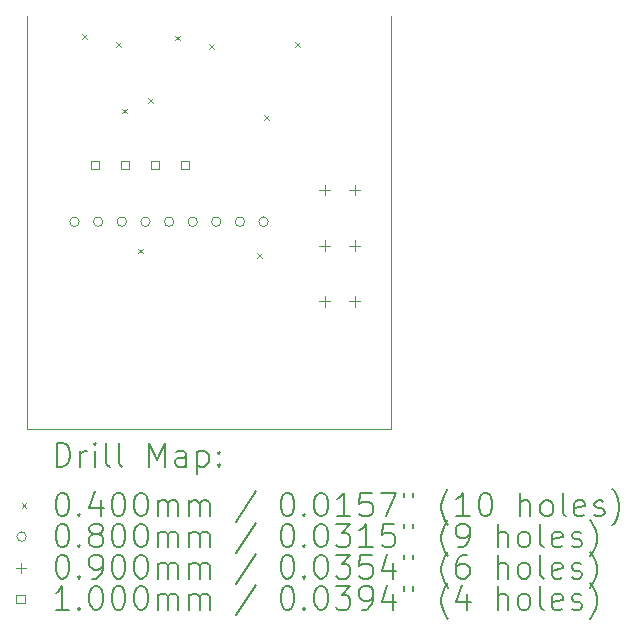
<source format=gbr>
%FSLAX45Y45*%
G04 Gerber Fmt 4.5, Leading zero omitted, Abs format (unit mm)*
G04 Created by KiCad (PCBNEW (6.0.4)) date 2023-05-30 12:56:30*
%MOMM*%
%LPD*%
G01*
G04 APERTURE LIST*
%TA.AperFunction,Profile*%
%ADD10C,0.100000*%
%TD*%
%ADD11C,0.200000*%
%ADD12C,0.040000*%
%ADD13C,0.080000*%
%ADD14C,0.090000*%
%ADD15C,0.100000*%
G04 APERTURE END LIST*
D10*
X12732500Y-7337500D02*
X12732500Y-10837500D01*
X15812500Y-10837500D02*
X12732500Y-10837500D01*
X15812500Y-7337500D02*
X15812500Y-10837500D01*
D11*
D12*
X13200000Y-7492500D02*
X13240000Y-7532500D01*
X13240000Y-7492500D02*
X13200000Y-7532500D01*
X13490000Y-7562500D02*
X13530000Y-7602500D01*
X13530000Y-7562500D02*
X13490000Y-7602500D01*
X13537500Y-8122500D02*
X13577500Y-8162500D01*
X13577500Y-8122500D02*
X13537500Y-8162500D01*
X13671250Y-9307820D02*
X13711250Y-9347820D01*
X13711250Y-9307820D02*
X13671250Y-9347820D01*
X13760000Y-8035000D02*
X13800000Y-8075000D01*
X13800000Y-8035000D02*
X13760000Y-8075000D01*
X13987500Y-7505000D02*
X14027500Y-7545000D01*
X14027500Y-7505000D02*
X13987500Y-7545000D01*
X14275000Y-7577500D02*
X14315000Y-7617500D01*
X14315000Y-7577500D02*
X14275000Y-7617500D01*
X14679430Y-9349160D02*
X14719430Y-9389160D01*
X14719430Y-9349160D02*
X14679430Y-9389160D01*
X14742500Y-8175000D02*
X14782500Y-8215000D01*
X14782500Y-8175000D02*
X14742500Y-8215000D01*
X15000000Y-7560000D02*
X15040000Y-7600000D01*
X15040000Y-7560000D02*
X15000000Y-7600000D01*
D13*
X13175000Y-9080000D02*
G75*
G03*
X13175000Y-9080000I-40000J0D01*
G01*
X13375000Y-9080000D02*
G75*
G03*
X13375000Y-9080000I-40000J0D01*
G01*
X13575000Y-9080000D02*
G75*
G03*
X13575000Y-9080000I-40000J0D01*
G01*
X13775000Y-9080000D02*
G75*
G03*
X13775000Y-9080000I-40000J0D01*
G01*
X13975000Y-9080000D02*
G75*
G03*
X13975000Y-9080000I-40000J0D01*
G01*
X14175000Y-9080000D02*
G75*
G03*
X14175000Y-9080000I-40000J0D01*
G01*
X14375000Y-9080000D02*
G75*
G03*
X14375000Y-9080000I-40000J0D01*
G01*
X14575000Y-9080000D02*
G75*
G03*
X14575000Y-9080000I-40000J0D01*
G01*
X14775000Y-9080000D02*
G75*
G03*
X14775000Y-9080000I-40000J0D01*
G01*
D14*
X15252500Y-8765000D02*
X15252500Y-8855000D01*
X15207500Y-8810000D02*
X15297500Y-8810000D01*
X15252500Y-9237500D02*
X15252500Y-9327500D01*
X15207500Y-9282500D02*
X15297500Y-9282500D01*
X15252500Y-9710000D02*
X15252500Y-9800000D01*
X15207500Y-9755000D02*
X15297500Y-9755000D01*
X15506500Y-8765000D02*
X15506500Y-8855000D01*
X15461500Y-8810000D02*
X15551500Y-8810000D01*
X15506500Y-9237500D02*
X15506500Y-9327500D01*
X15461500Y-9282500D02*
X15551500Y-9282500D01*
X15506500Y-9710000D02*
X15506500Y-9800000D01*
X15461500Y-9755000D02*
X15551500Y-9755000D01*
D15*
X13341856Y-8635356D02*
X13341856Y-8564644D01*
X13271144Y-8564644D01*
X13271144Y-8635356D01*
X13341856Y-8635356D01*
X13595856Y-8635356D02*
X13595856Y-8564644D01*
X13525144Y-8564644D01*
X13525144Y-8635356D01*
X13595856Y-8635356D01*
X13849856Y-8635356D02*
X13849856Y-8564644D01*
X13779144Y-8564644D01*
X13779144Y-8635356D01*
X13849856Y-8635356D01*
X14103856Y-8635356D02*
X14103856Y-8564644D01*
X14033144Y-8564644D01*
X14033144Y-8635356D01*
X14103856Y-8635356D01*
D11*
X12984119Y-11152976D02*
X12984119Y-10952976D01*
X13031738Y-10952976D01*
X13060309Y-10962500D01*
X13079357Y-10981548D01*
X13088881Y-11000595D01*
X13098405Y-11038690D01*
X13098405Y-11067262D01*
X13088881Y-11105357D01*
X13079357Y-11124405D01*
X13060309Y-11143452D01*
X13031738Y-11152976D01*
X12984119Y-11152976D01*
X13184119Y-11152976D02*
X13184119Y-11019643D01*
X13184119Y-11057738D02*
X13193643Y-11038690D01*
X13203167Y-11029167D01*
X13222214Y-11019643D01*
X13241262Y-11019643D01*
X13307928Y-11152976D02*
X13307928Y-11019643D01*
X13307928Y-10952976D02*
X13298405Y-10962500D01*
X13307928Y-10972024D01*
X13317452Y-10962500D01*
X13307928Y-10952976D01*
X13307928Y-10972024D01*
X13431738Y-11152976D02*
X13412690Y-11143452D01*
X13403167Y-11124405D01*
X13403167Y-10952976D01*
X13536500Y-11152976D02*
X13517452Y-11143452D01*
X13507928Y-11124405D01*
X13507928Y-10952976D01*
X13765071Y-11152976D02*
X13765071Y-10952976D01*
X13831738Y-11095833D01*
X13898405Y-10952976D01*
X13898405Y-11152976D01*
X14079357Y-11152976D02*
X14079357Y-11048214D01*
X14069833Y-11029167D01*
X14050786Y-11019643D01*
X14012690Y-11019643D01*
X13993643Y-11029167D01*
X14079357Y-11143452D02*
X14060309Y-11152976D01*
X14012690Y-11152976D01*
X13993643Y-11143452D01*
X13984119Y-11124405D01*
X13984119Y-11105357D01*
X13993643Y-11086310D01*
X14012690Y-11076786D01*
X14060309Y-11076786D01*
X14079357Y-11067262D01*
X14174595Y-11019643D02*
X14174595Y-11219643D01*
X14174595Y-11029167D02*
X14193643Y-11019643D01*
X14231738Y-11019643D01*
X14250786Y-11029167D01*
X14260309Y-11038690D01*
X14269833Y-11057738D01*
X14269833Y-11114881D01*
X14260309Y-11133929D01*
X14250786Y-11143452D01*
X14231738Y-11152976D01*
X14193643Y-11152976D01*
X14174595Y-11143452D01*
X14355548Y-11133929D02*
X14365071Y-11143452D01*
X14355548Y-11152976D01*
X14346024Y-11143452D01*
X14355548Y-11133929D01*
X14355548Y-11152976D01*
X14355548Y-11029167D02*
X14365071Y-11038690D01*
X14355548Y-11048214D01*
X14346024Y-11038690D01*
X14355548Y-11029167D01*
X14355548Y-11048214D01*
D12*
X12686500Y-11462500D02*
X12726500Y-11502500D01*
X12726500Y-11462500D02*
X12686500Y-11502500D01*
D11*
X13022214Y-11372976D02*
X13041262Y-11372976D01*
X13060309Y-11382500D01*
X13069833Y-11392024D01*
X13079357Y-11411071D01*
X13088881Y-11449167D01*
X13088881Y-11496786D01*
X13079357Y-11534881D01*
X13069833Y-11553928D01*
X13060309Y-11563452D01*
X13041262Y-11572976D01*
X13022214Y-11572976D01*
X13003167Y-11563452D01*
X12993643Y-11553928D01*
X12984119Y-11534881D01*
X12974595Y-11496786D01*
X12974595Y-11449167D01*
X12984119Y-11411071D01*
X12993643Y-11392024D01*
X13003167Y-11382500D01*
X13022214Y-11372976D01*
X13174595Y-11553928D02*
X13184119Y-11563452D01*
X13174595Y-11572976D01*
X13165071Y-11563452D01*
X13174595Y-11553928D01*
X13174595Y-11572976D01*
X13355548Y-11439643D02*
X13355548Y-11572976D01*
X13307928Y-11363452D02*
X13260309Y-11506309D01*
X13384119Y-11506309D01*
X13498405Y-11372976D02*
X13517452Y-11372976D01*
X13536500Y-11382500D01*
X13546024Y-11392024D01*
X13555548Y-11411071D01*
X13565071Y-11449167D01*
X13565071Y-11496786D01*
X13555548Y-11534881D01*
X13546024Y-11553928D01*
X13536500Y-11563452D01*
X13517452Y-11572976D01*
X13498405Y-11572976D01*
X13479357Y-11563452D01*
X13469833Y-11553928D01*
X13460309Y-11534881D01*
X13450786Y-11496786D01*
X13450786Y-11449167D01*
X13460309Y-11411071D01*
X13469833Y-11392024D01*
X13479357Y-11382500D01*
X13498405Y-11372976D01*
X13688881Y-11372976D02*
X13707928Y-11372976D01*
X13726976Y-11382500D01*
X13736500Y-11392024D01*
X13746024Y-11411071D01*
X13755548Y-11449167D01*
X13755548Y-11496786D01*
X13746024Y-11534881D01*
X13736500Y-11553928D01*
X13726976Y-11563452D01*
X13707928Y-11572976D01*
X13688881Y-11572976D01*
X13669833Y-11563452D01*
X13660309Y-11553928D01*
X13650786Y-11534881D01*
X13641262Y-11496786D01*
X13641262Y-11449167D01*
X13650786Y-11411071D01*
X13660309Y-11392024D01*
X13669833Y-11382500D01*
X13688881Y-11372976D01*
X13841262Y-11572976D02*
X13841262Y-11439643D01*
X13841262Y-11458690D02*
X13850786Y-11449167D01*
X13869833Y-11439643D01*
X13898405Y-11439643D01*
X13917452Y-11449167D01*
X13926976Y-11468214D01*
X13926976Y-11572976D01*
X13926976Y-11468214D02*
X13936500Y-11449167D01*
X13955548Y-11439643D01*
X13984119Y-11439643D01*
X14003167Y-11449167D01*
X14012690Y-11468214D01*
X14012690Y-11572976D01*
X14107928Y-11572976D02*
X14107928Y-11439643D01*
X14107928Y-11458690D02*
X14117452Y-11449167D01*
X14136500Y-11439643D01*
X14165071Y-11439643D01*
X14184119Y-11449167D01*
X14193643Y-11468214D01*
X14193643Y-11572976D01*
X14193643Y-11468214D02*
X14203167Y-11449167D01*
X14222214Y-11439643D01*
X14250786Y-11439643D01*
X14269833Y-11449167D01*
X14279357Y-11468214D01*
X14279357Y-11572976D01*
X14669833Y-11363452D02*
X14498405Y-11620595D01*
X14926976Y-11372976D02*
X14946024Y-11372976D01*
X14965071Y-11382500D01*
X14974595Y-11392024D01*
X14984119Y-11411071D01*
X14993643Y-11449167D01*
X14993643Y-11496786D01*
X14984119Y-11534881D01*
X14974595Y-11553928D01*
X14965071Y-11563452D01*
X14946024Y-11572976D01*
X14926976Y-11572976D01*
X14907928Y-11563452D01*
X14898405Y-11553928D01*
X14888881Y-11534881D01*
X14879357Y-11496786D01*
X14879357Y-11449167D01*
X14888881Y-11411071D01*
X14898405Y-11392024D01*
X14907928Y-11382500D01*
X14926976Y-11372976D01*
X15079357Y-11553928D02*
X15088881Y-11563452D01*
X15079357Y-11572976D01*
X15069833Y-11563452D01*
X15079357Y-11553928D01*
X15079357Y-11572976D01*
X15212690Y-11372976D02*
X15231738Y-11372976D01*
X15250786Y-11382500D01*
X15260309Y-11392024D01*
X15269833Y-11411071D01*
X15279357Y-11449167D01*
X15279357Y-11496786D01*
X15269833Y-11534881D01*
X15260309Y-11553928D01*
X15250786Y-11563452D01*
X15231738Y-11572976D01*
X15212690Y-11572976D01*
X15193643Y-11563452D01*
X15184119Y-11553928D01*
X15174595Y-11534881D01*
X15165071Y-11496786D01*
X15165071Y-11449167D01*
X15174595Y-11411071D01*
X15184119Y-11392024D01*
X15193643Y-11382500D01*
X15212690Y-11372976D01*
X15469833Y-11572976D02*
X15355548Y-11572976D01*
X15412690Y-11572976D02*
X15412690Y-11372976D01*
X15393643Y-11401548D01*
X15374595Y-11420595D01*
X15355548Y-11430119D01*
X15650786Y-11372976D02*
X15555548Y-11372976D01*
X15546024Y-11468214D01*
X15555548Y-11458690D01*
X15574595Y-11449167D01*
X15622214Y-11449167D01*
X15641262Y-11458690D01*
X15650786Y-11468214D01*
X15660309Y-11487262D01*
X15660309Y-11534881D01*
X15650786Y-11553928D01*
X15641262Y-11563452D01*
X15622214Y-11572976D01*
X15574595Y-11572976D01*
X15555548Y-11563452D01*
X15546024Y-11553928D01*
X15726976Y-11372976D02*
X15860309Y-11372976D01*
X15774595Y-11572976D01*
X15926976Y-11372976D02*
X15926976Y-11411071D01*
X16003167Y-11372976D02*
X16003167Y-11411071D01*
X16298405Y-11649167D02*
X16288881Y-11639643D01*
X16269833Y-11611071D01*
X16260309Y-11592024D01*
X16250786Y-11563452D01*
X16241262Y-11515833D01*
X16241262Y-11477738D01*
X16250786Y-11430119D01*
X16260309Y-11401548D01*
X16269833Y-11382500D01*
X16288881Y-11353928D01*
X16298405Y-11344405D01*
X16479357Y-11572976D02*
X16365071Y-11572976D01*
X16422214Y-11572976D02*
X16422214Y-11372976D01*
X16403167Y-11401548D01*
X16384119Y-11420595D01*
X16365071Y-11430119D01*
X16603167Y-11372976D02*
X16622214Y-11372976D01*
X16641262Y-11382500D01*
X16650786Y-11392024D01*
X16660309Y-11411071D01*
X16669833Y-11449167D01*
X16669833Y-11496786D01*
X16660309Y-11534881D01*
X16650786Y-11553928D01*
X16641262Y-11563452D01*
X16622214Y-11572976D01*
X16603167Y-11572976D01*
X16584119Y-11563452D01*
X16574595Y-11553928D01*
X16565071Y-11534881D01*
X16555548Y-11496786D01*
X16555548Y-11449167D01*
X16565071Y-11411071D01*
X16574595Y-11392024D01*
X16584119Y-11382500D01*
X16603167Y-11372976D01*
X16907929Y-11572976D02*
X16907929Y-11372976D01*
X16993643Y-11572976D02*
X16993643Y-11468214D01*
X16984119Y-11449167D01*
X16965071Y-11439643D01*
X16936500Y-11439643D01*
X16917452Y-11449167D01*
X16907929Y-11458690D01*
X17117452Y-11572976D02*
X17098405Y-11563452D01*
X17088881Y-11553928D01*
X17079357Y-11534881D01*
X17079357Y-11477738D01*
X17088881Y-11458690D01*
X17098405Y-11449167D01*
X17117452Y-11439643D01*
X17146024Y-11439643D01*
X17165071Y-11449167D01*
X17174595Y-11458690D01*
X17184119Y-11477738D01*
X17184119Y-11534881D01*
X17174595Y-11553928D01*
X17165071Y-11563452D01*
X17146024Y-11572976D01*
X17117452Y-11572976D01*
X17298405Y-11572976D02*
X17279357Y-11563452D01*
X17269833Y-11544405D01*
X17269833Y-11372976D01*
X17450786Y-11563452D02*
X17431738Y-11572976D01*
X17393643Y-11572976D01*
X17374595Y-11563452D01*
X17365071Y-11544405D01*
X17365071Y-11468214D01*
X17374595Y-11449167D01*
X17393643Y-11439643D01*
X17431738Y-11439643D01*
X17450786Y-11449167D01*
X17460310Y-11468214D01*
X17460310Y-11487262D01*
X17365071Y-11506309D01*
X17536500Y-11563452D02*
X17555548Y-11572976D01*
X17593643Y-11572976D01*
X17612690Y-11563452D01*
X17622214Y-11544405D01*
X17622214Y-11534881D01*
X17612690Y-11515833D01*
X17593643Y-11506309D01*
X17565071Y-11506309D01*
X17546024Y-11496786D01*
X17536500Y-11477738D01*
X17536500Y-11468214D01*
X17546024Y-11449167D01*
X17565071Y-11439643D01*
X17593643Y-11439643D01*
X17612690Y-11449167D01*
X17688881Y-11649167D02*
X17698405Y-11639643D01*
X17717452Y-11611071D01*
X17726976Y-11592024D01*
X17736500Y-11563452D01*
X17746024Y-11515833D01*
X17746024Y-11477738D01*
X17736500Y-11430119D01*
X17726976Y-11401548D01*
X17717452Y-11382500D01*
X17698405Y-11353928D01*
X17688881Y-11344405D01*
D13*
X12726500Y-11746500D02*
G75*
G03*
X12726500Y-11746500I-40000J0D01*
G01*
D11*
X13022214Y-11636976D02*
X13041262Y-11636976D01*
X13060309Y-11646500D01*
X13069833Y-11656024D01*
X13079357Y-11675071D01*
X13088881Y-11713167D01*
X13088881Y-11760786D01*
X13079357Y-11798881D01*
X13069833Y-11817928D01*
X13060309Y-11827452D01*
X13041262Y-11836976D01*
X13022214Y-11836976D01*
X13003167Y-11827452D01*
X12993643Y-11817928D01*
X12984119Y-11798881D01*
X12974595Y-11760786D01*
X12974595Y-11713167D01*
X12984119Y-11675071D01*
X12993643Y-11656024D01*
X13003167Y-11646500D01*
X13022214Y-11636976D01*
X13174595Y-11817928D02*
X13184119Y-11827452D01*
X13174595Y-11836976D01*
X13165071Y-11827452D01*
X13174595Y-11817928D01*
X13174595Y-11836976D01*
X13298405Y-11722690D02*
X13279357Y-11713167D01*
X13269833Y-11703643D01*
X13260309Y-11684595D01*
X13260309Y-11675071D01*
X13269833Y-11656024D01*
X13279357Y-11646500D01*
X13298405Y-11636976D01*
X13336500Y-11636976D01*
X13355548Y-11646500D01*
X13365071Y-11656024D01*
X13374595Y-11675071D01*
X13374595Y-11684595D01*
X13365071Y-11703643D01*
X13355548Y-11713167D01*
X13336500Y-11722690D01*
X13298405Y-11722690D01*
X13279357Y-11732214D01*
X13269833Y-11741738D01*
X13260309Y-11760786D01*
X13260309Y-11798881D01*
X13269833Y-11817928D01*
X13279357Y-11827452D01*
X13298405Y-11836976D01*
X13336500Y-11836976D01*
X13355548Y-11827452D01*
X13365071Y-11817928D01*
X13374595Y-11798881D01*
X13374595Y-11760786D01*
X13365071Y-11741738D01*
X13355548Y-11732214D01*
X13336500Y-11722690D01*
X13498405Y-11636976D02*
X13517452Y-11636976D01*
X13536500Y-11646500D01*
X13546024Y-11656024D01*
X13555548Y-11675071D01*
X13565071Y-11713167D01*
X13565071Y-11760786D01*
X13555548Y-11798881D01*
X13546024Y-11817928D01*
X13536500Y-11827452D01*
X13517452Y-11836976D01*
X13498405Y-11836976D01*
X13479357Y-11827452D01*
X13469833Y-11817928D01*
X13460309Y-11798881D01*
X13450786Y-11760786D01*
X13450786Y-11713167D01*
X13460309Y-11675071D01*
X13469833Y-11656024D01*
X13479357Y-11646500D01*
X13498405Y-11636976D01*
X13688881Y-11636976D02*
X13707928Y-11636976D01*
X13726976Y-11646500D01*
X13736500Y-11656024D01*
X13746024Y-11675071D01*
X13755548Y-11713167D01*
X13755548Y-11760786D01*
X13746024Y-11798881D01*
X13736500Y-11817928D01*
X13726976Y-11827452D01*
X13707928Y-11836976D01*
X13688881Y-11836976D01*
X13669833Y-11827452D01*
X13660309Y-11817928D01*
X13650786Y-11798881D01*
X13641262Y-11760786D01*
X13641262Y-11713167D01*
X13650786Y-11675071D01*
X13660309Y-11656024D01*
X13669833Y-11646500D01*
X13688881Y-11636976D01*
X13841262Y-11836976D02*
X13841262Y-11703643D01*
X13841262Y-11722690D02*
X13850786Y-11713167D01*
X13869833Y-11703643D01*
X13898405Y-11703643D01*
X13917452Y-11713167D01*
X13926976Y-11732214D01*
X13926976Y-11836976D01*
X13926976Y-11732214D02*
X13936500Y-11713167D01*
X13955548Y-11703643D01*
X13984119Y-11703643D01*
X14003167Y-11713167D01*
X14012690Y-11732214D01*
X14012690Y-11836976D01*
X14107928Y-11836976D02*
X14107928Y-11703643D01*
X14107928Y-11722690D02*
X14117452Y-11713167D01*
X14136500Y-11703643D01*
X14165071Y-11703643D01*
X14184119Y-11713167D01*
X14193643Y-11732214D01*
X14193643Y-11836976D01*
X14193643Y-11732214D02*
X14203167Y-11713167D01*
X14222214Y-11703643D01*
X14250786Y-11703643D01*
X14269833Y-11713167D01*
X14279357Y-11732214D01*
X14279357Y-11836976D01*
X14669833Y-11627452D02*
X14498405Y-11884595D01*
X14926976Y-11636976D02*
X14946024Y-11636976D01*
X14965071Y-11646500D01*
X14974595Y-11656024D01*
X14984119Y-11675071D01*
X14993643Y-11713167D01*
X14993643Y-11760786D01*
X14984119Y-11798881D01*
X14974595Y-11817928D01*
X14965071Y-11827452D01*
X14946024Y-11836976D01*
X14926976Y-11836976D01*
X14907928Y-11827452D01*
X14898405Y-11817928D01*
X14888881Y-11798881D01*
X14879357Y-11760786D01*
X14879357Y-11713167D01*
X14888881Y-11675071D01*
X14898405Y-11656024D01*
X14907928Y-11646500D01*
X14926976Y-11636976D01*
X15079357Y-11817928D02*
X15088881Y-11827452D01*
X15079357Y-11836976D01*
X15069833Y-11827452D01*
X15079357Y-11817928D01*
X15079357Y-11836976D01*
X15212690Y-11636976D02*
X15231738Y-11636976D01*
X15250786Y-11646500D01*
X15260309Y-11656024D01*
X15269833Y-11675071D01*
X15279357Y-11713167D01*
X15279357Y-11760786D01*
X15269833Y-11798881D01*
X15260309Y-11817928D01*
X15250786Y-11827452D01*
X15231738Y-11836976D01*
X15212690Y-11836976D01*
X15193643Y-11827452D01*
X15184119Y-11817928D01*
X15174595Y-11798881D01*
X15165071Y-11760786D01*
X15165071Y-11713167D01*
X15174595Y-11675071D01*
X15184119Y-11656024D01*
X15193643Y-11646500D01*
X15212690Y-11636976D01*
X15346024Y-11636976D02*
X15469833Y-11636976D01*
X15403167Y-11713167D01*
X15431738Y-11713167D01*
X15450786Y-11722690D01*
X15460309Y-11732214D01*
X15469833Y-11751262D01*
X15469833Y-11798881D01*
X15460309Y-11817928D01*
X15450786Y-11827452D01*
X15431738Y-11836976D01*
X15374595Y-11836976D01*
X15355548Y-11827452D01*
X15346024Y-11817928D01*
X15660309Y-11836976D02*
X15546024Y-11836976D01*
X15603167Y-11836976D02*
X15603167Y-11636976D01*
X15584119Y-11665548D01*
X15565071Y-11684595D01*
X15546024Y-11694119D01*
X15841262Y-11636976D02*
X15746024Y-11636976D01*
X15736500Y-11732214D01*
X15746024Y-11722690D01*
X15765071Y-11713167D01*
X15812690Y-11713167D01*
X15831738Y-11722690D01*
X15841262Y-11732214D01*
X15850786Y-11751262D01*
X15850786Y-11798881D01*
X15841262Y-11817928D01*
X15831738Y-11827452D01*
X15812690Y-11836976D01*
X15765071Y-11836976D01*
X15746024Y-11827452D01*
X15736500Y-11817928D01*
X15926976Y-11636976D02*
X15926976Y-11675071D01*
X16003167Y-11636976D02*
X16003167Y-11675071D01*
X16298405Y-11913167D02*
X16288881Y-11903643D01*
X16269833Y-11875071D01*
X16260309Y-11856024D01*
X16250786Y-11827452D01*
X16241262Y-11779833D01*
X16241262Y-11741738D01*
X16250786Y-11694119D01*
X16260309Y-11665548D01*
X16269833Y-11646500D01*
X16288881Y-11617928D01*
X16298405Y-11608405D01*
X16384119Y-11836976D02*
X16422214Y-11836976D01*
X16441262Y-11827452D01*
X16450786Y-11817928D01*
X16469833Y-11789357D01*
X16479357Y-11751262D01*
X16479357Y-11675071D01*
X16469833Y-11656024D01*
X16460309Y-11646500D01*
X16441262Y-11636976D01*
X16403167Y-11636976D01*
X16384119Y-11646500D01*
X16374595Y-11656024D01*
X16365071Y-11675071D01*
X16365071Y-11722690D01*
X16374595Y-11741738D01*
X16384119Y-11751262D01*
X16403167Y-11760786D01*
X16441262Y-11760786D01*
X16460309Y-11751262D01*
X16469833Y-11741738D01*
X16479357Y-11722690D01*
X16717452Y-11836976D02*
X16717452Y-11636976D01*
X16803167Y-11836976D02*
X16803167Y-11732214D01*
X16793643Y-11713167D01*
X16774595Y-11703643D01*
X16746024Y-11703643D01*
X16726976Y-11713167D01*
X16717452Y-11722690D01*
X16926976Y-11836976D02*
X16907929Y-11827452D01*
X16898405Y-11817928D01*
X16888881Y-11798881D01*
X16888881Y-11741738D01*
X16898405Y-11722690D01*
X16907929Y-11713167D01*
X16926976Y-11703643D01*
X16955548Y-11703643D01*
X16974595Y-11713167D01*
X16984119Y-11722690D01*
X16993643Y-11741738D01*
X16993643Y-11798881D01*
X16984119Y-11817928D01*
X16974595Y-11827452D01*
X16955548Y-11836976D01*
X16926976Y-11836976D01*
X17107929Y-11836976D02*
X17088881Y-11827452D01*
X17079357Y-11808405D01*
X17079357Y-11636976D01*
X17260310Y-11827452D02*
X17241262Y-11836976D01*
X17203167Y-11836976D01*
X17184119Y-11827452D01*
X17174595Y-11808405D01*
X17174595Y-11732214D01*
X17184119Y-11713167D01*
X17203167Y-11703643D01*
X17241262Y-11703643D01*
X17260310Y-11713167D01*
X17269833Y-11732214D01*
X17269833Y-11751262D01*
X17174595Y-11770309D01*
X17346024Y-11827452D02*
X17365071Y-11836976D01*
X17403167Y-11836976D01*
X17422214Y-11827452D01*
X17431738Y-11808405D01*
X17431738Y-11798881D01*
X17422214Y-11779833D01*
X17403167Y-11770309D01*
X17374595Y-11770309D01*
X17355548Y-11760786D01*
X17346024Y-11741738D01*
X17346024Y-11732214D01*
X17355548Y-11713167D01*
X17374595Y-11703643D01*
X17403167Y-11703643D01*
X17422214Y-11713167D01*
X17498405Y-11913167D02*
X17507929Y-11903643D01*
X17526976Y-11875071D01*
X17536500Y-11856024D01*
X17546024Y-11827452D01*
X17555548Y-11779833D01*
X17555548Y-11741738D01*
X17546024Y-11694119D01*
X17536500Y-11665548D01*
X17526976Y-11646500D01*
X17507929Y-11617928D01*
X17498405Y-11608405D01*
D14*
X12681500Y-11965500D02*
X12681500Y-12055500D01*
X12636500Y-12010500D02*
X12726500Y-12010500D01*
D11*
X13022214Y-11900976D02*
X13041262Y-11900976D01*
X13060309Y-11910500D01*
X13069833Y-11920024D01*
X13079357Y-11939071D01*
X13088881Y-11977167D01*
X13088881Y-12024786D01*
X13079357Y-12062881D01*
X13069833Y-12081928D01*
X13060309Y-12091452D01*
X13041262Y-12100976D01*
X13022214Y-12100976D01*
X13003167Y-12091452D01*
X12993643Y-12081928D01*
X12984119Y-12062881D01*
X12974595Y-12024786D01*
X12974595Y-11977167D01*
X12984119Y-11939071D01*
X12993643Y-11920024D01*
X13003167Y-11910500D01*
X13022214Y-11900976D01*
X13174595Y-12081928D02*
X13184119Y-12091452D01*
X13174595Y-12100976D01*
X13165071Y-12091452D01*
X13174595Y-12081928D01*
X13174595Y-12100976D01*
X13279357Y-12100976D02*
X13317452Y-12100976D01*
X13336500Y-12091452D01*
X13346024Y-12081928D01*
X13365071Y-12053357D01*
X13374595Y-12015262D01*
X13374595Y-11939071D01*
X13365071Y-11920024D01*
X13355548Y-11910500D01*
X13336500Y-11900976D01*
X13298405Y-11900976D01*
X13279357Y-11910500D01*
X13269833Y-11920024D01*
X13260309Y-11939071D01*
X13260309Y-11986690D01*
X13269833Y-12005738D01*
X13279357Y-12015262D01*
X13298405Y-12024786D01*
X13336500Y-12024786D01*
X13355548Y-12015262D01*
X13365071Y-12005738D01*
X13374595Y-11986690D01*
X13498405Y-11900976D02*
X13517452Y-11900976D01*
X13536500Y-11910500D01*
X13546024Y-11920024D01*
X13555548Y-11939071D01*
X13565071Y-11977167D01*
X13565071Y-12024786D01*
X13555548Y-12062881D01*
X13546024Y-12081928D01*
X13536500Y-12091452D01*
X13517452Y-12100976D01*
X13498405Y-12100976D01*
X13479357Y-12091452D01*
X13469833Y-12081928D01*
X13460309Y-12062881D01*
X13450786Y-12024786D01*
X13450786Y-11977167D01*
X13460309Y-11939071D01*
X13469833Y-11920024D01*
X13479357Y-11910500D01*
X13498405Y-11900976D01*
X13688881Y-11900976D02*
X13707928Y-11900976D01*
X13726976Y-11910500D01*
X13736500Y-11920024D01*
X13746024Y-11939071D01*
X13755548Y-11977167D01*
X13755548Y-12024786D01*
X13746024Y-12062881D01*
X13736500Y-12081928D01*
X13726976Y-12091452D01*
X13707928Y-12100976D01*
X13688881Y-12100976D01*
X13669833Y-12091452D01*
X13660309Y-12081928D01*
X13650786Y-12062881D01*
X13641262Y-12024786D01*
X13641262Y-11977167D01*
X13650786Y-11939071D01*
X13660309Y-11920024D01*
X13669833Y-11910500D01*
X13688881Y-11900976D01*
X13841262Y-12100976D02*
X13841262Y-11967643D01*
X13841262Y-11986690D02*
X13850786Y-11977167D01*
X13869833Y-11967643D01*
X13898405Y-11967643D01*
X13917452Y-11977167D01*
X13926976Y-11996214D01*
X13926976Y-12100976D01*
X13926976Y-11996214D02*
X13936500Y-11977167D01*
X13955548Y-11967643D01*
X13984119Y-11967643D01*
X14003167Y-11977167D01*
X14012690Y-11996214D01*
X14012690Y-12100976D01*
X14107928Y-12100976D02*
X14107928Y-11967643D01*
X14107928Y-11986690D02*
X14117452Y-11977167D01*
X14136500Y-11967643D01*
X14165071Y-11967643D01*
X14184119Y-11977167D01*
X14193643Y-11996214D01*
X14193643Y-12100976D01*
X14193643Y-11996214D02*
X14203167Y-11977167D01*
X14222214Y-11967643D01*
X14250786Y-11967643D01*
X14269833Y-11977167D01*
X14279357Y-11996214D01*
X14279357Y-12100976D01*
X14669833Y-11891452D02*
X14498405Y-12148595D01*
X14926976Y-11900976D02*
X14946024Y-11900976D01*
X14965071Y-11910500D01*
X14974595Y-11920024D01*
X14984119Y-11939071D01*
X14993643Y-11977167D01*
X14993643Y-12024786D01*
X14984119Y-12062881D01*
X14974595Y-12081928D01*
X14965071Y-12091452D01*
X14946024Y-12100976D01*
X14926976Y-12100976D01*
X14907928Y-12091452D01*
X14898405Y-12081928D01*
X14888881Y-12062881D01*
X14879357Y-12024786D01*
X14879357Y-11977167D01*
X14888881Y-11939071D01*
X14898405Y-11920024D01*
X14907928Y-11910500D01*
X14926976Y-11900976D01*
X15079357Y-12081928D02*
X15088881Y-12091452D01*
X15079357Y-12100976D01*
X15069833Y-12091452D01*
X15079357Y-12081928D01*
X15079357Y-12100976D01*
X15212690Y-11900976D02*
X15231738Y-11900976D01*
X15250786Y-11910500D01*
X15260309Y-11920024D01*
X15269833Y-11939071D01*
X15279357Y-11977167D01*
X15279357Y-12024786D01*
X15269833Y-12062881D01*
X15260309Y-12081928D01*
X15250786Y-12091452D01*
X15231738Y-12100976D01*
X15212690Y-12100976D01*
X15193643Y-12091452D01*
X15184119Y-12081928D01*
X15174595Y-12062881D01*
X15165071Y-12024786D01*
X15165071Y-11977167D01*
X15174595Y-11939071D01*
X15184119Y-11920024D01*
X15193643Y-11910500D01*
X15212690Y-11900976D01*
X15346024Y-11900976D02*
X15469833Y-11900976D01*
X15403167Y-11977167D01*
X15431738Y-11977167D01*
X15450786Y-11986690D01*
X15460309Y-11996214D01*
X15469833Y-12015262D01*
X15469833Y-12062881D01*
X15460309Y-12081928D01*
X15450786Y-12091452D01*
X15431738Y-12100976D01*
X15374595Y-12100976D01*
X15355548Y-12091452D01*
X15346024Y-12081928D01*
X15650786Y-11900976D02*
X15555548Y-11900976D01*
X15546024Y-11996214D01*
X15555548Y-11986690D01*
X15574595Y-11977167D01*
X15622214Y-11977167D01*
X15641262Y-11986690D01*
X15650786Y-11996214D01*
X15660309Y-12015262D01*
X15660309Y-12062881D01*
X15650786Y-12081928D01*
X15641262Y-12091452D01*
X15622214Y-12100976D01*
X15574595Y-12100976D01*
X15555548Y-12091452D01*
X15546024Y-12081928D01*
X15831738Y-11967643D02*
X15831738Y-12100976D01*
X15784119Y-11891452D02*
X15736500Y-12034309D01*
X15860309Y-12034309D01*
X15926976Y-11900976D02*
X15926976Y-11939071D01*
X16003167Y-11900976D02*
X16003167Y-11939071D01*
X16298405Y-12177167D02*
X16288881Y-12167643D01*
X16269833Y-12139071D01*
X16260309Y-12120024D01*
X16250786Y-12091452D01*
X16241262Y-12043833D01*
X16241262Y-12005738D01*
X16250786Y-11958119D01*
X16260309Y-11929548D01*
X16269833Y-11910500D01*
X16288881Y-11881928D01*
X16298405Y-11872405D01*
X16460309Y-11900976D02*
X16422214Y-11900976D01*
X16403167Y-11910500D01*
X16393643Y-11920024D01*
X16374595Y-11948595D01*
X16365071Y-11986690D01*
X16365071Y-12062881D01*
X16374595Y-12081928D01*
X16384119Y-12091452D01*
X16403167Y-12100976D01*
X16441262Y-12100976D01*
X16460309Y-12091452D01*
X16469833Y-12081928D01*
X16479357Y-12062881D01*
X16479357Y-12015262D01*
X16469833Y-11996214D01*
X16460309Y-11986690D01*
X16441262Y-11977167D01*
X16403167Y-11977167D01*
X16384119Y-11986690D01*
X16374595Y-11996214D01*
X16365071Y-12015262D01*
X16717452Y-12100976D02*
X16717452Y-11900976D01*
X16803167Y-12100976D02*
X16803167Y-11996214D01*
X16793643Y-11977167D01*
X16774595Y-11967643D01*
X16746024Y-11967643D01*
X16726976Y-11977167D01*
X16717452Y-11986690D01*
X16926976Y-12100976D02*
X16907929Y-12091452D01*
X16898405Y-12081928D01*
X16888881Y-12062881D01*
X16888881Y-12005738D01*
X16898405Y-11986690D01*
X16907929Y-11977167D01*
X16926976Y-11967643D01*
X16955548Y-11967643D01*
X16974595Y-11977167D01*
X16984119Y-11986690D01*
X16993643Y-12005738D01*
X16993643Y-12062881D01*
X16984119Y-12081928D01*
X16974595Y-12091452D01*
X16955548Y-12100976D01*
X16926976Y-12100976D01*
X17107929Y-12100976D02*
X17088881Y-12091452D01*
X17079357Y-12072405D01*
X17079357Y-11900976D01*
X17260310Y-12091452D02*
X17241262Y-12100976D01*
X17203167Y-12100976D01*
X17184119Y-12091452D01*
X17174595Y-12072405D01*
X17174595Y-11996214D01*
X17184119Y-11977167D01*
X17203167Y-11967643D01*
X17241262Y-11967643D01*
X17260310Y-11977167D01*
X17269833Y-11996214D01*
X17269833Y-12015262D01*
X17174595Y-12034309D01*
X17346024Y-12091452D02*
X17365071Y-12100976D01*
X17403167Y-12100976D01*
X17422214Y-12091452D01*
X17431738Y-12072405D01*
X17431738Y-12062881D01*
X17422214Y-12043833D01*
X17403167Y-12034309D01*
X17374595Y-12034309D01*
X17355548Y-12024786D01*
X17346024Y-12005738D01*
X17346024Y-11996214D01*
X17355548Y-11977167D01*
X17374595Y-11967643D01*
X17403167Y-11967643D01*
X17422214Y-11977167D01*
X17498405Y-12177167D02*
X17507929Y-12167643D01*
X17526976Y-12139071D01*
X17536500Y-12120024D01*
X17546024Y-12091452D01*
X17555548Y-12043833D01*
X17555548Y-12005738D01*
X17546024Y-11958119D01*
X17536500Y-11929548D01*
X17526976Y-11910500D01*
X17507929Y-11881928D01*
X17498405Y-11872405D01*
D15*
X12711856Y-12309856D02*
X12711856Y-12239144D01*
X12641144Y-12239144D01*
X12641144Y-12309856D01*
X12711856Y-12309856D01*
D11*
X13088881Y-12364976D02*
X12974595Y-12364976D01*
X13031738Y-12364976D02*
X13031738Y-12164976D01*
X13012690Y-12193548D01*
X12993643Y-12212595D01*
X12974595Y-12222119D01*
X13174595Y-12345928D02*
X13184119Y-12355452D01*
X13174595Y-12364976D01*
X13165071Y-12355452D01*
X13174595Y-12345928D01*
X13174595Y-12364976D01*
X13307928Y-12164976D02*
X13326976Y-12164976D01*
X13346024Y-12174500D01*
X13355548Y-12184024D01*
X13365071Y-12203071D01*
X13374595Y-12241167D01*
X13374595Y-12288786D01*
X13365071Y-12326881D01*
X13355548Y-12345928D01*
X13346024Y-12355452D01*
X13326976Y-12364976D01*
X13307928Y-12364976D01*
X13288881Y-12355452D01*
X13279357Y-12345928D01*
X13269833Y-12326881D01*
X13260309Y-12288786D01*
X13260309Y-12241167D01*
X13269833Y-12203071D01*
X13279357Y-12184024D01*
X13288881Y-12174500D01*
X13307928Y-12164976D01*
X13498405Y-12164976D02*
X13517452Y-12164976D01*
X13536500Y-12174500D01*
X13546024Y-12184024D01*
X13555548Y-12203071D01*
X13565071Y-12241167D01*
X13565071Y-12288786D01*
X13555548Y-12326881D01*
X13546024Y-12345928D01*
X13536500Y-12355452D01*
X13517452Y-12364976D01*
X13498405Y-12364976D01*
X13479357Y-12355452D01*
X13469833Y-12345928D01*
X13460309Y-12326881D01*
X13450786Y-12288786D01*
X13450786Y-12241167D01*
X13460309Y-12203071D01*
X13469833Y-12184024D01*
X13479357Y-12174500D01*
X13498405Y-12164976D01*
X13688881Y-12164976D02*
X13707928Y-12164976D01*
X13726976Y-12174500D01*
X13736500Y-12184024D01*
X13746024Y-12203071D01*
X13755548Y-12241167D01*
X13755548Y-12288786D01*
X13746024Y-12326881D01*
X13736500Y-12345928D01*
X13726976Y-12355452D01*
X13707928Y-12364976D01*
X13688881Y-12364976D01*
X13669833Y-12355452D01*
X13660309Y-12345928D01*
X13650786Y-12326881D01*
X13641262Y-12288786D01*
X13641262Y-12241167D01*
X13650786Y-12203071D01*
X13660309Y-12184024D01*
X13669833Y-12174500D01*
X13688881Y-12164976D01*
X13841262Y-12364976D02*
X13841262Y-12231643D01*
X13841262Y-12250690D02*
X13850786Y-12241167D01*
X13869833Y-12231643D01*
X13898405Y-12231643D01*
X13917452Y-12241167D01*
X13926976Y-12260214D01*
X13926976Y-12364976D01*
X13926976Y-12260214D02*
X13936500Y-12241167D01*
X13955548Y-12231643D01*
X13984119Y-12231643D01*
X14003167Y-12241167D01*
X14012690Y-12260214D01*
X14012690Y-12364976D01*
X14107928Y-12364976D02*
X14107928Y-12231643D01*
X14107928Y-12250690D02*
X14117452Y-12241167D01*
X14136500Y-12231643D01*
X14165071Y-12231643D01*
X14184119Y-12241167D01*
X14193643Y-12260214D01*
X14193643Y-12364976D01*
X14193643Y-12260214D02*
X14203167Y-12241167D01*
X14222214Y-12231643D01*
X14250786Y-12231643D01*
X14269833Y-12241167D01*
X14279357Y-12260214D01*
X14279357Y-12364976D01*
X14669833Y-12155452D02*
X14498405Y-12412595D01*
X14926976Y-12164976D02*
X14946024Y-12164976D01*
X14965071Y-12174500D01*
X14974595Y-12184024D01*
X14984119Y-12203071D01*
X14993643Y-12241167D01*
X14993643Y-12288786D01*
X14984119Y-12326881D01*
X14974595Y-12345928D01*
X14965071Y-12355452D01*
X14946024Y-12364976D01*
X14926976Y-12364976D01*
X14907928Y-12355452D01*
X14898405Y-12345928D01*
X14888881Y-12326881D01*
X14879357Y-12288786D01*
X14879357Y-12241167D01*
X14888881Y-12203071D01*
X14898405Y-12184024D01*
X14907928Y-12174500D01*
X14926976Y-12164976D01*
X15079357Y-12345928D02*
X15088881Y-12355452D01*
X15079357Y-12364976D01*
X15069833Y-12355452D01*
X15079357Y-12345928D01*
X15079357Y-12364976D01*
X15212690Y-12164976D02*
X15231738Y-12164976D01*
X15250786Y-12174500D01*
X15260309Y-12184024D01*
X15269833Y-12203071D01*
X15279357Y-12241167D01*
X15279357Y-12288786D01*
X15269833Y-12326881D01*
X15260309Y-12345928D01*
X15250786Y-12355452D01*
X15231738Y-12364976D01*
X15212690Y-12364976D01*
X15193643Y-12355452D01*
X15184119Y-12345928D01*
X15174595Y-12326881D01*
X15165071Y-12288786D01*
X15165071Y-12241167D01*
X15174595Y-12203071D01*
X15184119Y-12184024D01*
X15193643Y-12174500D01*
X15212690Y-12164976D01*
X15346024Y-12164976D02*
X15469833Y-12164976D01*
X15403167Y-12241167D01*
X15431738Y-12241167D01*
X15450786Y-12250690D01*
X15460309Y-12260214D01*
X15469833Y-12279262D01*
X15469833Y-12326881D01*
X15460309Y-12345928D01*
X15450786Y-12355452D01*
X15431738Y-12364976D01*
X15374595Y-12364976D01*
X15355548Y-12355452D01*
X15346024Y-12345928D01*
X15565071Y-12364976D02*
X15603167Y-12364976D01*
X15622214Y-12355452D01*
X15631738Y-12345928D01*
X15650786Y-12317357D01*
X15660309Y-12279262D01*
X15660309Y-12203071D01*
X15650786Y-12184024D01*
X15641262Y-12174500D01*
X15622214Y-12164976D01*
X15584119Y-12164976D01*
X15565071Y-12174500D01*
X15555548Y-12184024D01*
X15546024Y-12203071D01*
X15546024Y-12250690D01*
X15555548Y-12269738D01*
X15565071Y-12279262D01*
X15584119Y-12288786D01*
X15622214Y-12288786D01*
X15641262Y-12279262D01*
X15650786Y-12269738D01*
X15660309Y-12250690D01*
X15831738Y-12231643D02*
X15831738Y-12364976D01*
X15784119Y-12155452D02*
X15736500Y-12298309D01*
X15860309Y-12298309D01*
X15926976Y-12164976D02*
X15926976Y-12203071D01*
X16003167Y-12164976D02*
X16003167Y-12203071D01*
X16298405Y-12441167D02*
X16288881Y-12431643D01*
X16269833Y-12403071D01*
X16260309Y-12384024D01*
X16250786Y-12355452D01*
X16241262Y-12307833D01*
X16241262Y-12269738D01*
X16250786Y-12222119D01*
X16260309Y-12193548D01*
X16269833Y-12174500D01*
X16288881Y-12145928D01*
X16298405Y-12136405D01*
X16460309Y-12231643D02*
X16460309Y-12364976D01*
X16412690Y-12155452D02*
X16365071Y-12298309D01*
X16488881Y-12298309D01*
X16717452Y-12364976D02*
X16717452Y-12164976D01*
X16803167Y-12364976D02*
X16803167Y-12260214D01*
X16793643Y-12241167D01*
X16774595Y-12231643D01*
X16746024Y-12231643D01*
X16726976Y-12241167D01*
X16717452Y-12250690D01*
X16926976Y-12364976D02*
X16907929Y-12355452D01*
X16898405Y-12345928D01*
X16888881Y-12326881D01*
X16888881Y-12269738D01*
X16898405Y-12250690D01*
X16907929Y-12241167D01*
X16926976Y-12231643D01*
X16955548Y-12231643D01*
X16974595Y-12241167D01*
X16984119Y-12250690D01*
X16993643Y-12269738D01*
X16993643Y-12326881D01*
X16984119Y-12345928D01*
X16974595Y-12355452D01*
X16955548Y-12364976D01*
X16926976Y-12364976D01*
X17107929Y-12364976D02*
X17088881Y-12355452D01*
X17079357Y-12336405D01*
X17079357Y-12164976D01*
X17260310Y-12355452D02*
X17241262Y-12364976D01*
X17203167Y-12364976D01*
X17184119Y-12355452D01*
X17174595Y-12336405D01*
X17174595Y-12260214D01*
X17184119Y-12241167D01*
X17203167Y-12231643D01*
X17241262Y-12231643D01*
X17260310Y-12241167D01*
X17269833Y-12260214D01*
X17269833Y-12279262D01*
X17174595Y-12298309D01*
X17346024Y-12355452D02*
X17365071Y-12364976D01*
X17403167Y-12364976D01*
X17422214Y-12355452D01*
X17431738Y-12336405D01*
X17431738Y-12326881D01*
X17422214Y-12307833D01*
X17403167Y-12298309D01*
X17374595Y-12298309D01*
X17355548Y-12288786D01*
X17346024Y-12269738D01*
X17346024Y-12260214D01*
X17355548Y-12241167D01*
X17374595Y-12231643D01*
X17403167Y-12231643D01*
X17422214Y-12241167D01*
X17498405Y-12441167D02*
X17507929Y-12431643D01*
X17526976Y-12403071D01*
X17536500Y-12384024D01*
X17546024Y-12355452D01*
X17555548Y-12307833D01*
X17555548Y-12269738D01*
X17546024Y-12222119D01*
X17536500Y-12193548D01*
X17526976Y-12174500D01*
X17507929Y-12145928D01*
X17498405Y-12136405D01*
M02*

</source>
